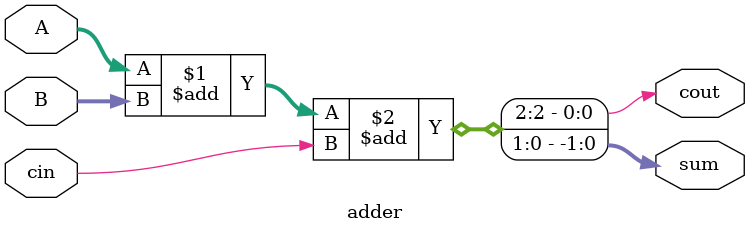
<source format=v>
module counter (clk,
				reset_l,
				en,
				clr,
				count);
	parameter WIDTH = 0;
	input wire clk;
	input wire reset_l;
	input wire en;
	input wire clr;
	output reg [WIDTH - 1:0] count;

	always @(posedge clk)
		if (!reset_l)
			count <= 'b0;
		else if (clr)
			count <= 'b0;
		else if (en)
			count <= count + 1;
endmodule

module register (clk,
				 en,
				 reset_l,
				 D,
				 Q);
	parameter WIDTH = 0;
	input wire clk;
	input wire en;
	input wire reset_l;
	input wire [WIDTH - 1:0] D;
	output reg [WIDTH - 1:0] Q;

	always @(posedge clk)
		if (!reset_l)
			Q <= 'b0;
		else if (en)
			Q <= D;
endmodule

module mux (in,
			sel,
			out);
	parameter INPUTS = 0;
	parameter WIDTH = 0;
	input wire [(INPUTS * WIDTH) - 1:0] in;
	input wire [$clog2(INPUTS) - 1:0] sel;
	output wire [WIDTH - 1:0] out;

	assign out = in[sel * WIDTH+:WIDTH];
endmodule

module mult (A,
			 B,
			 M);
	input wire [5:0] A;
	input wire [5:0] B;
	output wire [5:0] M;
	wire [11:0] tmp;

	assign tmp = A * B;
	assign M = tmp[9:3];
endmodule

module adder (cin,
			  A,
	  		  B,
			  cout,
			  sum);
	parameter WIDTH = 0;
	input wire cin;
	input wire [WIDTH - 1:0] A;
	input wire [WIDTH - 1:0] B;
	output wire cout;
	output wire [WIDTH - 1:0] sum;
	
	assign {cout, sum} = (A + B) + cin;
endmodule

</source>
